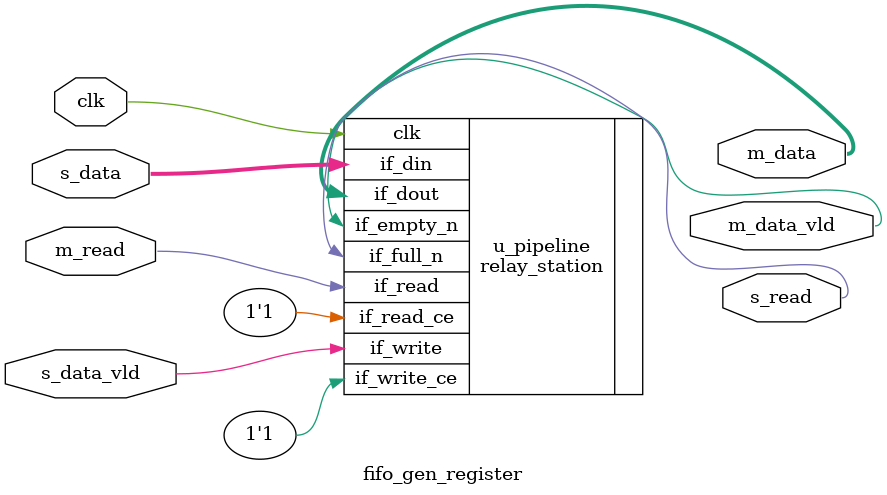
<source format=sv>
/*
 * FWFT FIFO Register
 */
module fifo_gen_register #
(
    parameter DATA_WIDTH    =   32,
    parameter PIPE_LEVEL    =   2
)
(
    input  logic                     clk ,

    input  logic                     s_data_vld   ,
    input  logic [DATA_WIDTH-1:0]    s_data       ,
    output logic                     s_read       ,
    
    output logic                     m_data_vld   ,
    output logic [DATA_WIDTH-1:0]    m_data       ,
    input  logic                     m_read       
);

relay_station
#(
    .DATA_WIDTH     ( DATA_WIDTH            ),
    .DEPTH          ( 2                     ),
    .ADDR_WIDTH     ( 1                     ),
    .LEVEL          ( PIPE_LEVEL            )
)
u_pipeline
(
    .clk            ( clk                   ),
    .if_read_ce     ( 1'b1                  ),
    .if_write_ce    ( 1'b1                  ),

    .if_din         ( s_data                ),
    .if_full_n      ( s_read                ),
    .if_write       ( s_data_vld            ),

    .if_dout        ( m_data                ),
    .if_empty_n     ( m_data_vld            ),
    .if_read        ( m_read                )
);

endmodule
</source>
